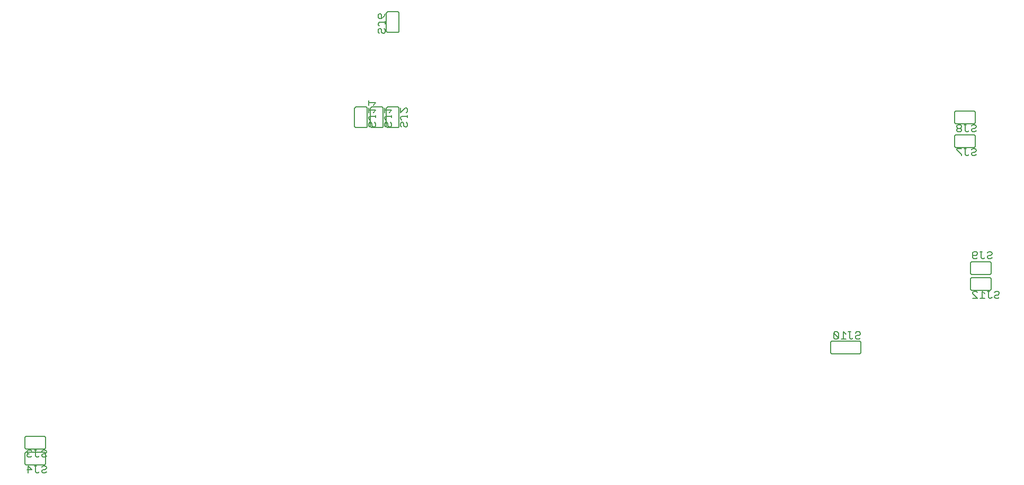
<source format=gbo>
G04 EAGLE Gerber RS-274X export*
G75*
%MOMM*%
%FSLAX34Y34*%
%LPD*%
%INSilkscreen Bottom*%
%IPPOS*%
%AMOC8*
5,1,8,0,0,1.08239X$1,22.5*%
G01*
%ADD10C,0.152400*%
%ADD11C,0.127000*%


D10*
X-265430Y416560D02*
X-293370Y416560D01*
X-265430Y396240D02*
X-265330Y396242D01*
X-265231Y396248D01*
X-265131Y396258D01*
X-265033Y396271D01*
X-264934Y396289D01*
X-264837Y396310D01*
X-264741Y396335D01*
X-264645Y396364D01*
X-264551Y396397D01*
X-264458Y396433D01*
X-264367Y396473D01*
X-264277Y396517D01*
X-264189Y396564D01*
X-264103Y396614D01*
X-264019Y396668D01*
X-263937Y396725D01*
X-263858Y396785D01*
X-263780Y396849D01*
X-263706Y396915D01*
X-263634Y396984D01*
X-263565Y397056D01*
X-263499Y397130D01*
X-263435Y397208D01*
X-263375Y397287D01*
X-263318Y397369D01*
X-263264Y397453D01*
X-263214Y397539D01*
X-263167Y397627D01*
X-263123Y397717D01*
X-263083Y397808D01*
X-263047Y397901D01*
X-263014Y397995D01*
X-262985Y398091D01*
X-262960Y398187D01*
X-262939Y398284D01*
X-262921Y398383D01*
X-262908Y398481D01*
X-262898Y398581D01*
X-262892Y398680D01*
X-262890Y398780D01*
X-293370Y396240D02*
X-293470Y396242D01*
X-293569Y396248D01*
X-293669Y396258D01*
X-293767Y396271D01*
X-293866Y396289D01*
X-293963Y396310D01*
X-294059Y396335D01*
X-294155Y396364D01*
X-294249Y396397D01*
X-294342Y396433D01*
X-294433Y396473D01*
X-294523Y396517D01*
X-294611Y396564D01*
X-294697Y396614D01*
X-294781Y396668D01*
X-294863Y396725D01*
X-294942Y396785D01*
X-295020Y396849D01*
X-295094Y396915D01*
X-295166Y396984D01*
X-295235Y397056D01*
X-295301Y397130D01*
X-295365Y397208D01*
X-295425Y397287D01*
X-295482Y397369D01*
X-295536Y397453D01*
X-295586Y397539D01*
X-295633Y397627D01*
X-295677Y397717D01*
X-295717Y397808D01*
X-295753Y397901D01*
X-295786Y397995D01*
X-295815Y398091D01*
X-295840Y398187D01*
X-295861Y398284D01*
X-295879Y398383D01*
X-295892Y398481D01*
X-295902Y398581D01*
X-295908Y398680D01*
X-295910Y398780D01*
X-295910Y414020D02*
X-295908Y414120D01*
X-295902Y414219D01*
X-295892Y414319D01*
X-295879Y414417D01*
X-295861Y414516D01*
X-295840Y414613D01*
X-295815Y414709D01*
X-295786Y414805D01*
X-295753Y414899D01*
X-295717Y414992D01*
X-295677Y415083D01*
X-295633Y415173D01*
X-295586Y415261D01*
X-295536Y415347D01*
X-295482Y415431D01*
X-295425Y415513D01*
X-295365Y415592D01*
X-295301Y415670D01*
X-295235Y415744D01*
X-295166Y415816D01*
X-295094Y415885D01*
X-295020Y415951D01*
X-294942Y416015D01*
X-294863Y416075D01*
X-294781Y416132D01*
X-294697Y416186D01*
X-294611Y416236D01*
X-294523Y416283D01*
X-294433Y416327D01*
X-294342Y416367D01*
X-294249Y416403D01*
X-294155Y416436D01*
X-294059Y416465D01*
X-293963Y416490D01*
X-293866Y416511D01*
X-293767Y416529D01*
X-293669Y416542D01*
X-293569Y416552D01*
X-293470Y416558D01*
X-293370Y416560D01*
X-265430Y416560D02*
X-265330Y416558D01*
X-265231Y416552D01*
X-265131Y416542D01*
X-265033Y416529D01*
X-264934Y416511D01*
X-264837Y416490D01*
X-264741Y416465D01*
X-264645Y416436D01*
X-264551Y416403D01*
X-264458Y416367D01*
X-264367Y416327D01*
X-264277Y416283D01*
X-264189Y416236D01*
X-264103Y416186D01*
X-264019Y416132D01*
X-263937Y416075D01*
X-263858Y416015D01*
X-263780Y415951D01*
X-263706Y415885D01*
X-263634Y415816D01*
X-263565Y415744D01*
X-263499Y415670D01*
X-263435Y415592D01*
X-263375Y415513D01*
X-263318Y415431D01*
X-263264Y415347D01*
X-263214Y415261D01*
X-263167Y415173D01*
X-263123Y415083D01*
X-263083Y414992D01*
X-263047Y414899D01*
X-263014Y414805D01*
X-262985Y414709D01*
X-262960Y414613D01*
X-262939Y414516D01*
X-262921Y414417D01*
X-262908Y414319D01*
X-262898Y414219D01*
X-262892Y414120D01*
X-262890Y414020D01*
X-262890Y398780D01*
X-295910Y398780D02*
X-295910Y414020D01*
X-293370Y396240D02*
X-265430Y396240D01*
D11*
X-267183Y394345D02*
X-269090Y392438D01*
X-267183Y394345D02*
X-263370Y394345D01*
X-261463Y392438D01*
X-261463Y390532D01*
X-263370Y388625D01*
X-267183Y388625D01*
X-269090Y386718D01*
X-269090Y384812D01*
X-267183Y382905D01*
X-263370Y382905D01*
X-261463Y384812D01*
X-273157Y384812D02*
X-275064Y382905D01*
X-276970Y382905D01*
X-278877Y384812D01*
X-278877Y394345D01*
X-276970Y394345D02*
X-280784Y394345D01*
X-284851Y392438D02*
X-286758Y394345D01*
X-290571Y394345D01*
X-292477Y392438D01*
X-292477Y390532D01*
X-290571Y388625D01*
X-288664Y388625D01*
X-290571Y388625D02*
X-292477Y386718D01*
X-292477Y384812D01*
X-290571Y382905D01*
X-286758Y382905D01*
X-284851Y384812D01*
D10*
X-293370Y391160D02*
X-265430Y391160D01*
X-262890Y373380D02*
X-262892Y373280D01*
X-262898Y373181D01*
X-262908Y373081D01*
X-262921Y372983D01*
X-262939Y372884D01*
X-262960Y372787D01*
X-262985Y372691D01*
X-263014Y372595D01*
X-263047Y372501D01*
X-263083Y372408D01*
X-263123Y372317D01*
X-263167Y372227D01*
X-263214Y372139D01*
X-263264Y372053D01*
X-263318Y371969D01*
X-263375Y371887D01*
X-263435Y371808D01*
X-263499Y371730D01*
X-263565Y371656D01*
X-263634Y371584D01*
X-263706Y371515D01*
X-263780Y371449D01*
X-263858Y371385D01*
X-263937Y371325D01*
X-264019Y371268D01*
X-264103Y371214D01*
X-264189Y371164D01*
X-264277Y371117D01*
X-264367Y371073D01*
X-264458Y371033D01*
X-264551Y370997D01*
X-264645Y370964D01*
X-264741Y370935D01*
X-264837Y370910D01*
X-264934Y370889D01*
X-265033Y370871D01*
X-265131Y370858D01*
X-265231Y370848D01*
X-265330Y370842D01*
X-265430Y370840D01*
X-293370Y370840D02*
X-293470Y370842D01*
X-293569Y370848D01*
X-293669Y370858D01*
X-293767Y370871D01*
X-293866Y370889D01*
X-293963Y370910D01*
X-294059Y370935D01*
X-294155Y370964D01*
X-294249Y370997D01*
X-294342Y371033D01*
X-294433Y371073D01*
X-294523Y371117D01*
X-294611Y371164D01*
X-294697Y371214D01*
X-294781Y371268D01*
X-294863Y371325D01*
X-294942Y371385D01*
X-295020Y371449D01*
X-295094Y371515D01*
X-295166Y371584D01*
X-295235Y371656D01*
X-295301Y371730D01*
X-295365Y371808D01*
X-295425Y371887D01*
X-295482Y371969D01*
X-295536Y372053D01*
X-295586Y372139D01*
X-295633Y372227D01*
X-295677Y372317D01*
X-295717Y372408D01*
X-295753Y372501D01*
X-295786Y372595D01*
X-295815Y372691D01*
X-295840Y372787D01*
X-295861Y372884D01*
X-295879Y372983D01*
X-295892Y373081D01*
X-295902Y373181D01*
X-295908Y373280D01*
X-295910Y373380D01*
X-295910Y388620D02*
X-295908Y388720D01*
X-295902Y388819D01*
X-295892Y388919D01*
X-295879Y389017D01*
X-295861Y389116D01*
X-295840Y389213D01*
X-295815Y389309D01*
X-295786Y389405D01*
X-295753Y389499D01*
X-295717Y389592D01*
X-295677Y389683D01*
X-295633Y389773D01*
X-295586Y389861D01*
X-295536Y389947D01*
X-295482Y390031D01*
X-295425Y390113D01*
X-295365Y390192D01*
X-295301Y390270D01*
X-295235Y390344D01*
X-295166Y390416D01*
X-295094Y390485D01*
X-295020Y390551D01*
X-294942Y390615D01*
X-294863Y390675D01*
X-294781Y390732D01*
X-294697Y390786D01*
X-294611Y390836D01*
X-294523Y390883D01*
X-294433Y390927D01*
X-294342Y390967D01*
X-294249Y391003D01*
X-294155Y391036D01*
X-294059Y391065D01*
X-293963Y391090D01*
X-293866Y391111D01*
X-293767Y391129D01*
X-293669Y391142D01*
X-293569Y391152D01*
X-293470Y391158D01*
X-293370Y391160D01*
X-265430Y391160D02*
X-265330Y391158D01*
X-265231Y391152D01*
X-265131Y391142D01*
X-265033Y391129D01*
X-264934Y391111D01*
X-264837Y391090D01*
X-264741Y391065D01*
X-264645Y391036D01*
X-264551Y391003D01*
X-264458Y390967D01*
X-264367Y390927D01*
X-264277Y390883D01*
X-264189Y390836D01*
X-264103Y390786D01*
X-264019Y390732D01*
X-263937Y390675D01*
X-263858Y390615D01*
X-263780Y390551D01*
X-263706Y390485D01*
X-263634Y390416D01*
X-263565Y390344D01*
X-263499Y390270D01*
X-263435Y390192D01*
X-263375Y390113D01*
X-263318Y390031D01*
X-263264Y389947D01*
X-263214Y389861D01*
X-263167Y389773D01*
X-263123Y389683D01*
X-263083Y389592D01*
X-263047Y389499D01*
X-263014Y389405D01*
X-262985Y389309D01*
X-262960Y389213D01*
X-262939Y389116D01*
X-262921Y389017D01*
X-262908Y388919D01*
X-262898Y388819D01*
X-262892Y388720D01*
X-262890Y388620D01*
X-262890Y373380D01*
X-295910Y373380D02*
X-295910Y388620D01*
X-293370Y370840D02*
X-265430Y370840D01*
D11*
X-267183Y368945D02*
X-269090Y367038D01*
X-267183Y368945D02*
X-263370Y368945D01*
X-261463Y367038D01*
X-261463Y365132D01*
X-263370Y363225D01*
X-267183Y363225D01*
X-269090Y361318D01*
X-269090Y359412D01*
X-267183Y357505D01*
X-263370Y357505D01*
X-261463Y359412D01*
X-273157Y359412D02*
X-275064Y357505D01*
X-276970Y357505D01*
X-278877Y359412D01*
X-278877Y368945D01*
X-276970Y368945D02*
X-280784Y368945D01*
X-290571Y368945D02*
X-290571Y357505D01*
X-284851Y363225D02*
X-290571Y368945D01*
X-292477Y363225D02*
X-284851Y363225D01*
D10*
X302260Y1065530D02*
X302260Y1093470D01*
X281940Y1065530D02*
X281942Y1065430D01*
X281948Y1065331D01*
X281958Y1065231D01*
X281971Y1065133D01*
X281989Y1065034D01*
X282010Y1064937D01*
X282035Y1064841D01*
X282064Y1064745D01*
X282097Y1064651D01*
X282133Y1064558D01*
X282173Y1064467D01*
X282217Y1064377D01*
X282264Y1064289D01*
X282314Y1064203D01*
X282368Y1064119D01*
X282425Y1064037D01*
X282485Y1063958D01*
X282549Y1063880D01*
X282615Y1063806D01*
X282684Y1063734D01*
X282756Y1063665D01*
X282830Y1063599D01*
X282908Y1063535D01*
X282987Y1063475D01*
X283069Y1063418D01*
X283153Y1063364D01*
X283239Y1063314D01*
X283327Y1063267D01*
X283417Y1063223D01*
X283508Y1063183D01*
X283601Y1063147D01*
X283695Y1063114D01*
X283791Y1063085D01*
X283887Y1063060D01*
X283984Y1063039D01*
X284083Y1063021D01*
X284181Y1063008D01*
X284281Y1062998D01*
X284380Y1062992D01*
X284480Y1062990D01*
X281940Y1093470D02*
X281942Y1093570D01*
X281948Y1093669D01*
X281958Y1093769D01*
X281971Y1093867D01*
X281989Y1093966D01*
X282010Y1094063D01*
X282035Y1094159D01*
X282064Y1094255D01*
X282097Y1094349D01*
X282133Y1094442D01*
X282173Y1094533D01*
X282217Y1094623D01*
X282264Y1094711D01*
X282314Y1094797D01*
X282368Y1094881D01*
X282425Y1094963D01*
X282485Y1095042D01*
X282549Y1095120D01*
X282615Y1095194D01*
X282684Y1095266D01*
X282756Y1095335D01*
X282830Y1095401D01*
X282908Y1095465D01*
X282987Y1095525D01*
X283069Y1095582D01*
X283153Y1095636D01*
X283239Y1095686D01*
X283327Y1095733D01*
X283417Y1095777D01*
X283508Y1095817D01*
X283601Y1095853D01*
X283695Y1095886D01*
X283791Y1095915D01*
X283887Y1095940D01*
X283984Y1095961D01*
X284083Y1095979D01*
X284181Y1095992D01*
X284281Y1096002D01*
X284380Y1096008D01*
X284480Y1096010D01*
X299720Y1096010D02*
X299820Y1096008D01*
X299919Y1096002D01*
X300019Y1095992D01*
X300117Y1095979D01*
X300216Y1095961D01*
X300313Y1095940D01*
X300409Y1095915D01*
X300505Y1095886D01*
X300599Y1095853D01*
X300692Y1095817D01*
X300783Y1095777D01*
X300873Y1095733D01*
X300961Y1095686D01*
X301047Y1095636D01*
X301131Y1095582D01*
X301213Y1095525D01*
X301292Y1095465D01*
X301370Y1095401D01*
X301444Y1095335D01*
X301516Y1095266D01*
X301585Y1095194D01*
X301651Y1095120D01*
X301715Y1095042D01*
X301775Y1094963D01*
X301832Y1094881D01*
X301886Y1094797D01*
X301936Y1094711D01*
X301983Y1094623D01*
X302027Y1094533D01*
X302067Y1094442D01*
X302103Y1094349D01*
X302136Y1094255D01*
X302165Y1094159D01*
X302190Y1094063D01*
X302211Y1093966D01*
X302229Y1093867D01*
X302242Y1093769D01*
X302252Y1093669D01*
X302258Y1093570D01*
X302260Y1093470D01*
X302260Y1065530D02*
X302258Y1065430D01*
X302252Y1065331D01*
X302242Y1065231D01*
X302229Y1065133D01*
X302211Y1065034D01*
X302190Y1064937D01*
X302165Y1064841D01*
X302136Y1064745D01*
X302103Y1064651D01*
X302067Y1064558D01*
X302027Y1064467D01*
X301983Y1064377D01*
X301936Y1064289D01*
X301886Y1064203D01*
X301832Y1064119D01*
X301775Y1064037D01*
X301715Y1063958D01*
X301651Y1063880D01*
X301585Y1063806D01*
X301516Y1063734D01*
X301444Y1063665D01*
X301370Y1063599D01*
X301292Y1063535D01*
X301213Y1063475D01*
X301131Y1063418D01*
X301047Y1063364D01*
X300961Y1063314D01*
X300873Y1063267D01*
X300783Y1063223D01*
X300692Y1063183D01*
X300599Y1063147D01*
X300505Y1063114D01*
X300409Y1063085D01*
X300313Y1063060D01*
X300216Y1063039D01*
X300117Y1063021D01*
X300019Y1063008D01*
X299919Y1062998D01*
X299820Y1062992D01*
X299720Y1062990D01*
X284480Y1062990D01*
X284480Y1096010D02*
X299720Y1096010D01*
X281940Y1093470D02*
X281940Y1065530D01*
D11*
X280045Y1067283D02*
X278138Y1069190D01*
X280045Y1067283D02*
X280045Y1063470D01*
X278138Y1061563D01*
X276232Y1061563D01*
X274325Y1063470D01*
X274325Y1067283D01*
X272418Y1069190D01*
X270512Y1069190D01*
X268605Y1067283D01*
X268605Y1063470D01*
X270512Y1061563D01*
X270512Y1073257D02*
X268605Y1075164D01*
X268605Y1077070D01*
X270512Y1078977D01*
X280045Y1078977D01*
X280045Y1077070D02*
X280045Y1080884D01*
X278138Y1088764D02*
X280045Y1092577D01*
X278138Y1088764D02*
X274325Y1084951D01*
X270512Y1084951D01*
X268605Y1086858D01*
X268605Y1090671D01*
X270512Y1092577D01*
X272418Y1092577D01*
X274325Y1090671D01*
X274325Y1084951D01*
D10*
X1192530Y899160D02*
X1220470Y899160D01*
X1223010Y881380D02*
X1223008Y881280D01*
X1223002Y881181D01*
X1222992Y881081D01*
X1222979Y880983D01*
X1222961Y880884D01*
X1222940Y880787D01*
X1222915Y880691D01*
X1222886Y880595D01*
X1222853Y880501D01*
X1222817Y880408D01*
X1222777Y880317D01*
X1222733Y880227D01*
X1222686Y880139D01*
X1222636Y880053D01*
X1222582Y879969D01*
X1222525Y879887D01*
X1222465Y879808D01*
X1222401Y879730D01*
X1222335Y879656D01*
X1222266Y879584D01*
X1222194Y879515D01*
X1222120Y879449D01*
X1222042Y879385D01*
X1221963Y879325D01*
X1221881Y879268D01*
X1221797Y879214D01*
X1221711Y879164D01*
X1221623Y879117D01*
X1221533Y879073D01*
X1221442Y879033D01*
X1221349Y878997D01*
X1221255Y878964D01*
X1221159Y878935D01*
X1221063Y878910D01*
X1220966Y878889D01*
X1220867Y878871D01*
X1220769Y878858D01*
X1220669Y878848D01*
X1220570Y878842D01*
X1220470Y878840D01*
X1192530Y878840D02*
X1192430Y878842D01*
X1192331Y878848D01*
X1192231Y878858D01*
X1192133Y878871D01*
X1192034Y878889D01*
X1191937Y878910D01*
X1191841Y878935D01*
X1191745Y878964D01*
X1191651Y878997D01*
X1191558Y879033D01*
X1191467Y879073D01*
X1191377Y879117D01*
X1191289Y879164D01*
X1191203Y879214D01*
X1191119Y879268D01*
X1191037Y879325D01*
X1190958Y879385D01*
X1190880Y879449D01*
X1190806Y879515D01*
X1190734Y879584D01*
X1190665Y879656D01*
X1190599Y879730D01*
X1190535Y879808D01*
X1190475Y879887D01*
X1190418Y879969D01*
X1190364Y880053D01*
X1190314Y880139D01*
X1190267Y880227D01*
X1190223Y880317D01*
X1190183Y880408D01*
X1190147Y880501D01*
X1190114Y880595D01*
X1190085Y880691D01*
X1190060Y880787D01*
X1190039Y880884D01*
X1190021Y880983D01*
X1190008Y881081D01*
X1189998Y881181D01*
X1189992Y881280D01*
X1189990Y881380D01*
X1189990Y896620D02*
X1189992Y896720D01*
X1189998Y896819D01*
X1190008Y896919D01*
X1190021Y897017D01*
X1190039Y897116D01*
X1190060Y897213D01*
X1190085Y897309D01*
X1190114Y897405D01*
X1190147Y897499D01*
X1190183Y897592D01*
X1190223Y897683D01*
X1190267Y897773D01*
X1190314Y897861D01*
X1190364Y897947D01*
X1190418Y898031D01*
X1190475Y898113D01*
X1190535Y898192D01*
X1190599Y898270D01*
X1190665Y898344D01*
X1190734Y898416D01*
X1190806Y898485D01*
X1190880Y898551D01*
X1190958Y898615D01*
X1191037Y898675D01*
X1191119Y898732D01*
X1191203Y898786D01*
X1191289Y898836D01*
X1191377Y898883D01*
X1191467Y898927D01*
X1191558Y898967D01*
X1191651Y899003D01*
X1191745Y899036D01*
X1191841Y899065D01*
X1191937Y899090D01*
X1192034Y899111D01*
X1192133Y899129D01*
X1192231Y899142D01*
X1192331Y899152D01*
X1192430Y899158D01*
X1192530Y899160D01*
X1220470Y899160D02*
X1220570Y899158D01*
X1220669Y899152D01*
X1220769Y899142D01*
X1220867Y899129D01*
X1220966Y899111D01*
X1221063Y899090D01*
X1221159Y899065D01*
X1221255Y899036D01*
X1221349Y899003D01*
X1221442Y898967D01*
X1221533Y898927D01*
X1221623Y898883D01*
X1221711Y898836D01*
X1221797Y898786D01*
X1221881Y898732D01*
X1221963Y898675D01*
X1222042Y898615D01*
X1222120Y898551D01*
X1222194Y898485D01*
X1222266Y898416D01*
X1222335Y898344D01*
X1222401Y898270D01*
X1222465Y898192D01*
X1222525Y898113D01*
X1222582Y898031D01*
X1222636Y897947D01*
X1222686Y897861D01*
X1222733Y897773D01*
X1222777Y897683D01*
X1222817Y897592D01*
X1222853Y897499D01*
X1222886Y897405D01*
X1222915Y897309D01*
X1222940Y897213D01*
X1222961Y897116D01*
X1222979Y897017D01*
X1222992Y896919D01*
X1223002Y896819D01*
X1223008Y896720D01*
X1223010Y896620D01*
X1223010Y881380D01*
X1189990Y881380D02*
X1189990Y896620D01*
X1192530Y878840D02*
X1220470Y878840D01*
D11*
X1218717Y876945D02*
X1216810Y875038D01*
X1218717Y876945D02*
X1222530Y876945D01*
X1224437Y875038D01*
X1224437Y873132D01*
X1222530Y871225D01*
X1218717Y871225D01*
X1216810Y869318D01*
X1216810Y867412D01*
X1218717Y865505D01*
X1222530Y865505D01*
X1224437Y867412D01*
X1212743Y867412D02*
X1210836Y865505D01*
X1208930Y865505D01*
X1207023Y867412D01*
X1207023Y876945D01*
X1205117Y876945D02*
X1208930Y876945D01*
X1201049Y876945D02*
X1193423Y876945D01*
X1193423Y875038D01*
X1201049Y867412D01*
X1201049Y865505D01*
D10*
X1192530Y937260D02*
X1220470Y937260D01*
X1223010Y919480D02*
X1223008Y919380D01*
X1223002Y919281D01*
X1222992Y919181D01*
X1222979Y919083D01*
X1222961Y918984D01*
X1222940Y918887D01*
X1222915Y918791D01*
X1222886Y918695D01*
X1222853Y918601D01*
X1222817Y918508D01*
X1222777Y918417D01*
X1222733Y918327D01*
X1222686Y918239D01*
X1222636Y918153D01*
X1222582Y918069D01*
X1222525Y917987D01*
X1222465Y917908D01*
X1222401Y917830D01*
X1222335Y917756D01*
X1222266Y917684D01*
X1222194Y917615D01*
X1222120Y917549D01*
X1222042Y917485D01*
X1221963Y917425D01*
X1221881Y917368D01*
X1221797Y917314D01*
X1221711Y917264D01*
X1221623Y917217D01*
X1221533Y917173D01*
X1221442Y917133D01*
X1221349Y917097D01*
X1221255Y917064D01*
X1221159Y917035D01*
X1221063Y917010D01*
X1220966Y916989D01*
X1220867Y916971D01*
X1220769Y916958D01*
X1220669Y916948D01*
X1220570Y916942D01*
X1220470Y916940D01*
X1192530Y916940D02*
X1192430Y916942D01*
X1192331Y916948D01*
X1192231Y916958D01*
X1192133Y916971D01*
X1192034Y916989D01*
X1191937Y917010D01*
X1191841Y917035D01*
X1191745Y917064D01*
X1191651Y917097D01*
X1191558Y917133D01*
X1191467Y917173D01*
X1191377Y917217D01*
X1191289Y917264D01*
X1191203Y917314D01*
X1191119Y917368D01*
X1191037Y917425D01*
X1190958Y917485D01*
X1190880Y917549D01*
X1190806Y917615D01*
X1190734Y917684D01*
X1190665Y917756D01*
X1190599Y917830D01*
X1190535Y917908D01*
X1190475Y917987D01*
X1190418Y918069D01*
X1190364Y918153D01*
X1190314Y918239D01*
X1190267Y918327D01*
X1190223Y918417D01*
X1190183Y918508D01*
X1190147Y918601D01*
X1190114Y918695D01*
X1190085Y918791D01*
X1190060Y918887D01*
X1190039Y918984D01*
X1190021Y919083D01*
X1190008Y919181D01*
X1189998Y919281D01*
X1189992Y919380D01*
X1189990Y919480D01*
X1189990Y934720D02*
X1189992Y934820D01*
X1189998Y934919D01*
X1190008Y935019D01*
X1190021Y935117D01*
X1190039Y935216D01*
X1190060Y935313D01*
X1190085Y935409D01*
X1190114Y935505D01*
X1190147Y935599D01*
X1190183Y935692D01*
X1190223Y935783D01*
X1190267Y935873D01*
X1190314Y935961D01*
X1190364Y936047D01*
X1190418Y936131D01*
X1190475Y936213D01*
X1190535Y936292D01*
X1190599Y936370D01*
X1190665Y936444D01*
X1190734Y936516D01*
X1190806Y936585D01*
X1190880Y936651D01*
X1190958Y936715D01*
X1191037Y936775D01*
X1191119Y936832D01*
X1191203Y936886D01*
X1191289Y936936D01*
X1191377Y936983D01*
X1191467Y937027D01*
X1191558Y937067D01*
X1191651Y937103D01*
X1191745Y937136D01*
X1191841Y937165D01*
X1191937Y937190D01*
X1192034Y937211D01*
X1192133Y937229D01*
X1192231Y937242D01*
X1192331Y937252D01*
X1192430Y937258D01*
X1192530Y937260D01*
X1220470Y937260D02*
X1220570Y937258D01*
X1220669Y937252D01*
X1220769Y937242D01*
X1220867Y937229D01*
X1220966Y937211D01*
X1221063Y937190D01*
X1221159Y937165D01*
X1221255Y937136D01*
X1221349Y937103D01*
X1221442Y937067D01*
X1221533Y937027D01*
X1221623Y936983D01*
X1221711Y936936D01*
X1221797Y936886D01*
X1221881Y936832D01*
X1221963Y936775D01*
X1222042Y936715D01*
X1222120Y936651D01*
X1222194Y936585D01*
X1222266Y936516D01*
X1222335Y936444D01*
X1222401Y936370D01*
X1222465Y936292D01*
X1222525Y936213D01*
X1222582Y936131D01*
X1222636Y936047D01*
X1222686Y935961D01*
X1222733Y935873D01*
X1222777Y935783D01*
X1222817Y935692D01*
X1222853Y935599D01*
X1222886Y935505D01*
X1222915Y935409D01*
X1222940Y935313D01*
X1222961Y935216D01*
X1222979Y935117D01*
X1222992Y935019D01*
X1223002Y934919D01*
X1223008Y934820D01*
X1223010Y934720D01*
X1223010Y919480D01*
X1189990Y919480D02*
X1189990Y934720D01*
X1192530Y916940D02*
X1220470Y916940D01*
D11*
X1218717Y915045D02*
X1216810Y913138D01*
X1218717Y915045D02*
X1222530Y915045D01*
X1224437Y913138D01*
X1224437Y911232D01*
X1222530Y909325D01*
X1218717Y909325D01*
X1216810Y907418D01*
X1216810Y905512D01*
X1218717Y903605D01*
X1222530Y903605D01*
X1224437Y905512D01*
X1212743Y905512D02*
X1210836Y903605D01*
X1208930Y903605D01*
X1207023Y905512D01*
X1207023Y915045D01*
X1205117Y915045D02*
X1208930Y915045D01*
X1201049Y913138D02*
X1199142Y915045D01*
X1195329Y915045D01*
X1193423Y913138D01*
X1193423Y911232D01*
X1195329Y909325D01*
X1193423Y907418D01*
X1193423Y905512D01*
X1195329Y903605D01*
X1199142Y903605D01*
X1201049Y905512D01*
X1201049Y907418D01*
X1199142Y909325D01*
X1201049Y911232D01*
X1201049Y913138D01*
X1199142Y909325D02*
X1195329Y909325D01*
D10*
X1217930Y695960D02*
X1245870Y695960D01*
X1248410Y678180D02*
X1248408Y678080D01*
X1248402Y677981D01*
X1248392Y677881D01*
X1248379Y677783D01*
X1248361Y677684D01*
X1248340Y677587D01*
X1248315Y677491D01*
X1248286Y677395D01*
X1248253Y677301D01*
X1248217Y677208D01*
X1248177Y677117D01*
X1248133Y677027D01*
X1248086Y676939D01*
X1248036Y676853D01*
X1247982Y676769D01*
X1247925Y676687D01*
X1247865Y676608D01*
X1247801Y676530D01*
X1247735Y676456D01*
X1247666Y676384D01*
X1247594Y676315D01*
X1247520Y676249D01*
X1247442Y676185D01*
X1247363Y676125D01*
X1247281Y676068D01*
X1247197Y676014D01*
X1247111Y675964D01*
X1247023Y675917D01*
X1246933Y675873D01*
X1246842Y675833D01*
X1246749Y675797D01*
X1246655Y675764D01*
X1246559Y675735D01*
X1246463Y675710D01*
X1246366Y675689D01*
X1246267Y675671D01*
X1246169Y675658D01*
X1246069Y675648D01*
X1245970Y675642D01*
X1245870Y675640D01*
X1217930Y675640D02*
X1217830Y675642D01*
X1217731Y675648D01*
X1217631Y675658D01*
X1217533Y675671D01*
X1217434Y675689D01*
X1217337Y675710D01*
X1217241Y675735D01*
X1217145Y675764D01*
X1217051Y675797D01*
X1216958Y675833D01*
X1216867Y675873D01*
X1216777Y675917D01*
X1216689Y675964D01*
X1216603Y676014D01*
X1216519Y676068D01*
X1216437Y676125D01*
X1216358Y676185D01*
X1216280Y676249D01*
X1216206Y676315D01*
X1216134Y676384D01*
X1216065Y676456D01*
X1215999Y676530D01*
X1215935Y676608D01*
X1215875Y676687D01*
X1215818Y676769D01*
X1215764Y676853D01*
X1215714Y676939D01*
X1215667Y677027D01*
X1215623Y677117D01*
X1215583Y677208D01*
X1215547Y677301D01*
X1215514Y677395D01*
X1215485Y677491D01*
X1215460Y677587D01*
X1215439Y677684D01*
X1215421Y677783D01*
X1215408Y677881D01*
X1215398Y677981D01*
X1215392Y678080D01*
X1215390Y678180D01*
X1215390Y693420D02*
X1215392Y693520D01*
X1215398Y693619D01*
X1215408Y693719D01*
X1215421Y693817D01*
X1215439Y693916D01*
X1215460Y694013D01*
X1215485Y694109D01*
X1215514Y694205D01*
X1215547Y694299D01*
X1215583Y694392D01*
X1215623Y694483D01*
X1215667Y694573D01*
X1215714Y694661D01*
X1215764Y694747D01*
X1215818Y694831D01*
X1215875Y694913D01*
X1215935Y694992D01*
X1215999Y695070D01*
X1216065Y695144D01*
X1216134Y695216D01*
X1216206Y695285D01*
X1216280Y695351D01*
X1216358Y695415D01*
X1216437Y695475D01*
X1216519Y695532D01*
X1216603Y695586D01*
X1216689Y695636D01*
X1216777Y695683D01*
X1216867Y695727D01*
X1216958Y695767D01*
X1217051Y695803D01*
X1217145Y695836D01*
X1217241Y695865D01*
X1217337Y695890D01*
X1217434Y695911D01*
X1217533Y695929D01*
X1217631Y695942D01*
X1217731Y695952D01*
X1217830Y695958D01*
X1217930Y695960D01*
X1245870Y695960D02*
X1245970Y695958D01*
X1246069Y695952D01*
X1246169Y695942D01*
X1246267Y695929D01*
X1246366Y695911D01*
X1246463Y695890D01*
X1246559Y695865D01*
X1246655Y695836D01*
X1246749Y695803D01*
X1246842Y695767D01*
X1246933Y695727D01*
X1247023Y695683D01*
X1247111Y695636D01*
X1247197Y695586D01*
X1247281Y695532D01*
X1247363Y695475D01*
X1247442Y695415D01*
X1247520Y695351D01*
X1247594Y695285D01*
X1247666Y695216D01*
X1247735Y695144D01*
X1247801Y695070D01*
X1247865Y694992D01*
X1247925Y694913D01*
X1247982Y694831D01*
X1248036Y694747D01*
X1248086Y694661D01*
X1248133Y694573D01*
X1248177Y694483D01*
X1248217Y694392D01*
X1248253Y694299D01*
X1248286Y694205D01*
X1248315Y694109D01*
X1248340Y694013D01*
X1248361Y693916D01*
X1248379Y693817D01*
X1248392Y693719D01*
X1248402Y693619D01*
X1248408Y693520D01*
X1248410Y693420D01*
X1248410Y678180D01*
X1215390Y678180D02*
X1215390Y693420D01*
X1217930Y675640D02*
X1245870Y675640D01*
D11*
X1242210Y709938D02*
X1244117Y711845D01*
X1247930Y711845D01*
X1249837Y709938D01*
X1249837Y708032D01*
X1247930Y706125D01*
X1244117Y706125D01*
X1242210Y704218D01*
X1242210Y702312D01*
X1244117Y700405D01*
X1247930Y700405D01*
X1249837Y702312D01*
X1238143Y702312D02*
X1236236Y700405D01*
X1234330Y700405D01*
X1232423Y702312D01*
X1232423Y711845D01*
X1230517Y711845D02*
X1234330Y711845D01*
X1226449Y702312D02*
X1224542Y700405D01*
X1220729Y700405D01*
X1218823Y702312D01*
X1218823Y709938D01*
X1220729Y711845D01*
X1224542Y711845D01*
X1226449Y709938D01*
X1226449Y708032D01*
X1224542Y706125D01*
X1218823Y706125D01*
D10*
X1037590Y548640D02*
X994410Y548640D01*
X991870Y566420D02*
X991872Y566520D01*
X991878Y566619D01*
X991888Y566719D01*
X991901Y566817D01*
X991919Y566916D01*
X991940Y567013D01*
X991965Y567109D01*
X991994Y567205D01*
X992027Y567299D01*
X992063Y567392D01*
X992103Y567483D01*
X992147Y567573D01*
X992194Y567661D01*
X992244Y567747D01*
X992298Y567831D01*
X992355Y567913D01*
X992415Y567992D01*
X992479Y568070D01*
X992545Y568144D01*
X992614Y568216D01*
X992686Y568285D01*
X992760Y568351D01*
X992838Y568415D01*
X992917Y568475D01*
X992999Y568532D01*
X993083Y568586D01*
X993169Y568636D01*
X993257Y568683D01*
X993347Y568727D01*
X993438Y568767D01*
X993531Y568803D01*
X993625Y568836D01*
X993721Y568865D01*
X993817Y568890D01*
X993914Y568911D01*
X994013Y568929D01*
X994111Y568942D01*
X994211Y568952D01*
X994310Y568958D01*
X994410Y568960D01*
X1037590Y568960D02*
X1037690Y568958D01*
X1037789Y568952D01*
X1037889Y568942D01*
X1037987Y568929D01*
X1038086Y568911D01*
X1038183Y568890D01*
X1038279Y568865D01*
X1038375Y568836D01*
X1038469Y568803D01*
X1038562Y568767D01*
X1038653Y568727D01*
X1038743Y568683D01*
X1038831Y568636D01*
X1038917Y568586D01*
X1039001Y568532D01*
X1039083Y568475D01*
X1039162Y568415D01*
X1039240Y568351D01*
X1039314Y568285D01*
X1039386Y568216D01*
X1039455Y568144D01*
X1039521Y568070D01*
X1039585Y567992D01*
X1039645Y567913D01*
X1039702Y567831D01*
X1039756Y567747D01*
X1039806Y567661D01*
X1039853Y567573D01*
X1039897Y567483D01*
X1039937Y567392D01*
X1039973Y567299D01*
X1040006Y567205D01*
X1040035Y567109D01*
X1040060Y567013D01*
X1040081Y566916D01*
X1040099Y566817D01*
X1040112Y566719D01*
X1040122Y566619D01*
X1040128Y566520D01*
X1040130Y566420D01*
X1040130Y551180D02*
X1040128Y551080D01*
X1040122Y550981D01*
X1040112Y550881D01*
X1040099Y550783D01*
X1040081Y550684D01*
X1040060Y550587D01*
X1040035Y550491D01*
X1040006Y550395D01*
X1039973Y550301D01*
X1039937Y550208D01*
X1039897Y550117D01*
X1039853Y550027D01*
X1039806Y549939D01*
X1039756Y549853D01*
X1039702Y549769D01*
X1039645Y549687D01*
X1039585Y549608D01*
X1039521Y549530D01*
X1039455Y549456D01*
X1039386Y549384D01*
X1039314Y549315D01*
X1039240Y549249D01*
X1039162Y549185D01*
X1039083Y549125D01*
X1039001Y549068D01*
X1038917Y549014D01*
X1038831Y548964D01*
X1038743Y548917D01*
X1038653Y548873D01*
X1038562Y548833D01*
X1038469Y548797D01*
X1038375Y548764D01*
X1038279Y548735D01*
X1038183Y548710D01*
X1038086Y548689D01*
X1037987Y548671D01*
X1037889Y548658D01*
X1037789Y548648D01*
X1037690Y548642D01*
X1037590Y548640D01*
X994410Y548640D02*
X994310Y548642D01*
X994211Y548648D01*
X994111Y548658D01*
X994013Y548671D01*
X993914Y548689D01*
X993817Y548710D01*
X993721Y548735D01*
X993625Y548764D01*
X993531Y548797D01*
X993438Y548833D01*
X993347Y548873D01*
X993257Y548917D01*
X993169Y548964D01*
X993083Y549014D01*
X992999Y549068D01*
X992917Y549125D01*
X992838Y549185D01*
X992760Y549249D01*
X992686Y549315D01*
X992614Y549384D01*
X992545Y549456D01*
X992479Y549530D01*
X992415Y549608D01*
X992355Y549687D01*
X992298Y549769D01*
X992244Y549853D01*
X992194Y549939D01*
X992147Y550027D01*
X992103Y550117D01*
X992063Y550208D01*
X992027Y550301D01*
X991994Y550395D01*
X991965Y550491D01*
X991940Y550587D01*
X991919Y550684D01*
X991901Y550783D01*
X991888Y550881D01*
X991878Y550981D01*
X991872Y551080D01*
X991870Y551180D01*
X991870Y566420D01*
X1040130Y566420D02*
X1040130Y551180D01*
X1037590Y568960D02*
X994410Y568960D01*
D11*
X1031869Y581668D02*
X1033775Y583575D01*
X1037588Y583575D01*
X1039495Y581668D01*
X1039495Y579762D01*
X1037588Y577855D01*
X1033775Y577855D01*
X1031869Y575948D01*
X1031869Y574042D01*
X1033775Y572135D01*
X1037588Y572135D01*
X1039495Y574042D01*
X1027801Y574042D02*
X1025894Y572135D01*
X1023988Y572135D01*
X1022081Y574042D01*
X1022081Y583575D01*
X1020175Y583575D02*
X1023988Y583575D01*
X1016107Y579762D02*
X1012294Y583575D01*
X1012294Y572135D01*
X1016107Y572135D02*
X1008481Y572135D01*
X1004413Y574042D02*
X1004413Y581668D01*
X1002506Y583575D01*
X998693Y583575D01*
X996787Y581668D01*
X996787Y574042D01*
X998693Y572135D01*
X1002506Y572135D01*
X1004413Y574042D01*
X996787Y581668D01*
D10*
X256540Y913130D02*
X256540Y941070D01*
X274320Y943610D02*
X274420Y943608D01*
X274519Y943602D01*
X274619Y943592D01*
X274717Y943579D01*
X274816Y943561D01*
X274913Y943540D01*
X275009Y943515D01*
X275105Y943486D01*
X275199Y943453D01*
X275292Y943417D01*
X275383Y943377D01*
X275473Y943333D01*
X275561Y943286D01*
X275647Y943236D01*
X275731Y943182D01*
X275813Y943125D01*
X275892Y943065D01*
X275970Y943001D01*
X276044Y942935D01*
X276116Y942866D01*
X276185Y942794D01*
X276251Y942720D01*
X276315Y942642D01*
X276375Y942563D01*
X276432Y942481D01*
X276486Y942397D01*
X276536Y942311D01*
X276583Y942223D01*
X276627Y942133D01*
X276667Y942042D01*
X276703Y941949D01*
X276736Y941855D01*
X276765Y941759D01*
X276790Y941663D01*
X276811Y941566D01*
X276829Y941467D01*
X276842Y941369D01*
X276852Y941269D01*
X276858Y941170D01*
X276860Y941070D01*
X276860Y913130D02*
X276858Y913030D01*
X276852Y912931D01*
X276842Y912831D01*
X276829Y912733D01*
X276811Y912634D01*
X276790Y912537D01*
X276765Y912441D01*
X276736Y912345D01*
X276703Y912251D01*
X276667Y912158D01*
X276627Y912067D01*
X276583Y911977D01*
X276536Y911889D01*
X276486Y911803D01*
X276432Y911719D01*
X276375Y911637D01*
X276315Y911558D01*
X276251Y911480D01*
X276185Y911406D01*
X276116Y911334D01*
X276044Y911265D01*
X275970Y911199D01*
X275892Y911135D01*
X275813Y911075D01*
X275731Y911018D01*
X275647Y910964D01*
X275561Y910914D01*
X275473Y910867D01*
X275383Y910823D01*
X275292Y910783D01*
X275199Y910747D01*
X275105Y910714D01*
X275009Y910685D01*
X274913Y910660D01*
X274816Y910639D01*
X274717Y910621D01*
X274619Y910608D01*
X274519Y910598D01*
X274420Y910592D01*
X274320Y910590D01*
X259080Y910590D02*
X258980Y910592D01*
X258881Y910598D01*
X258781Y910608D01*
X258683Y910621D01*
X258584Y910639D01*
X258487Y910660D01*
X258391Y910685D01*
X258295Y910714D01*
X258201Y910747D01*
X258108Y910783D01*
X258017Y910823D01*
X257927Y910867D01*
X257839Y910914D01*
X257753Y910964D01*
X257669Y911018D01*
X257587Y911075D01*
X257508Y911135D01*
X257430Y911199D01*
X257356Y911265D01*
X257284Y911334D01*
X257215Y911406D01*
X257149Y911480D01*
X257085Y911558D01*
X257025Y911637D01*
X256968Y911719D01*
X256914Y911803D01*
X256864Y911889D01*
X256817Y911977D01*
X256773Y912067D01*
X256733Y912158D01*
X256697Y912251D01*
X256664Y912345D01*
X256635Y912441D01*
X256610Y912537D01*
X256589Y912634D01*
X256571Y912733D01*
X256558Y912831D01*
X256548Y912931D01*
X256542Y913030D01*
X256540Y913130D01*
X256540Y941070D02*
X256542Y941170D01*
X256548Y941269D01*
X256558Y941369D01*
X256571Y941467D01*
X256589Y941566D01*
X256610Y941663D01*
X256635Y941759D01*
X256664Y941855D01*
X256697Y941949D01*
X256733Y942042D01*
X256773Y942133D01*
X256817Y942223D01*
X256864Y942311D01*
X256914Y942397D01*
X256968Y942481D01*
X257025Y942563D01*
X257085Y942642D01*
X257149Y942720D01*
X257215Y942794D01*
X257284Y942866D01*
X257356Y942935D01*
X257430Y943001D01*
X257508Y943065D01*
X257587Y943125D01*
X257669Y943182D01*
X257753Y943236D01*
X257839Y943286D01*
X257927Y943333D01*
X258017Y943377D01*
X258108Y943417D01*
X258201Y943453D01*
X258295Y943486D01*
X258391Y943515D01*
X258487Y943540D01*
X258584Y943561D01*
X258683Y943579D01*
X258781Y943592D01*
X258881Y943602D01*
X258980Y943608D01*
X259080Y943610D01*
X274320Y943610D01*
X274320Y910590D02*
X259080Y910590D01*
X276860Y913130D02*
X276860Y941070D01*
D11*
X288298Y918852D02*
X290205Y916945D01*
X290205Y913132D01*
X288298Y911225D01*
X286392Y911225D01*
X284485Y913132D01*
X284485Y916945D01*
X282578Y918852D01*
X280672Y918852D01*
X278765Y916945D01*
X278765Y913132D01*
X280672Y911225D01*
X280672Y922919D02*
X278765Y924826D01*
X278765Y926732D01*
X280672Y928639D01*
X290205Y928639D01*
X290205Y930545D02*
X290205Y926732D01*
X286392Y934613D02*
X290205Y938426D01*
X278765Y938426D01*
X278765Y934613D02*
X278765Y942239D01*
D10*
X281940Y941070D02*
X281940Y913130D01*
X302260Y941070D02*
X302258Y941170D01*
X302252Y941269D01*
X302242Y941369D01*
X302229Y941467D01*
X302211Y941566D01*
X302190Y941663D01*
X302165Y941759D01*
X302136Y941855D01*
X302103Y941949D01*
X302067Y942042D01*
X302027Y942133D01*
X301983Y942223D01*
X301936Y942311D01*
X301886Y942397D01*
X301832Y942481D01*
X301775Y942563D01*
X301715Y942642D01*
X301651Y942720D01*
X301585Y942794D01*
X301516Y942866D01*
X301444Y942935D01*
X301370Y943001D01*
X301292Y943065D01*
X301213Y943125D01*
X301131Y943182D01*
X301047Y943236D01*
X300961Y943286D01*
X300873Y943333D01*
X300783Y943377D01*
X300692Y943417D01*
X300599Y943453D01*
X300505Y943486D01*
X300409Y943515D01*
X300313Y943540D01*
X300216Y943561D01*
X300117Y943579D01*
X300019Y943592D01*
X299919Y943602D01*
X299820Y943608D01*
X299720Y943610D01*
X302260Y913130D02*
X302258Y913030D01*
X302252Y912931D01*
X302242Y912831D01*
X302229Y912733D01*
X302211Y912634D01*
X302190Y912537D01*
X302165Y912441D01*
X302136Y912345D01*
X302103Y912251D01*
X302067Y912158D01*
X302027Y912067D01*
X301983Y911977D01*
X301936Y911889D01*
X301886Y911803D01*
X301832Y911719D01*
X301775Y911637D01*
X301715Y911558D01*
X301651Y911480D01*
X301585Y911406D01*
X301516Y911334D01*
X301444Y911265D01*
X301370Y911199D01*
X301292Y911135D01*
X301213Y911075D01*
X301131Y911018D01*
X301047Y910964D01*
X300961Y910914D01*
X300873Y910867D01*
X300783Y910823D01*
X300692Y910783D01*
X300599Y910747D01*
X300505Y910714D01*
X300409Y910685D01*
X300313Y910660D01*
X300216Y910639D01*
X300117Y910621D01*
X300019Y910608D01*
X299919Y910598D01*
X299820Y910592D01*
X299720Y910590D01*
X284480Y910590D02*
X284380Y910592D01*
X284281Y910598D01*
X284181Y910608D01*
X284083Y910621D01*
X283984Y910639D01*
X283887Y910660D01*
X283791Y910685D01*
X283695Y910714D01*
X283601Y910747D01*
X283508Y910783D01*
X283417Y910823D01*
X283327Y910867D01*
X283239Y910914D01*
X283153Y910964D01*
X283069Y911018D01*
X282987Y911075D01*
X282908Y911135D01*
X282830Y911199D01*
X282756Y911265D01*
X282684Y911334D01*
X282615Y911406D01*
X282549Y911480D01*
X282485Y911558D01*
X282425Y911637D01*
X282368Y911719D01*
X282314Y911803D01*
X282264Y911889D01*
X282217Y911977D01*
X282173Y912067D01*
X282133Y912158D01*
X282097Y912251D01*
X282064Y912345D01*
X282035Y912441D01*
X282010Y912537D01*
X281989Y912634D01*
X281971Y912733D01*
X281958Y912831D01*
X281948Y912931D01*
X281942Y913030D01*
X281940Y913130D01*
X281940Y941070D02*
X281942Y941170D01*
X281948Y941269D01*
X281958Y941369D01*
X281971Y941467D01*
X281989Y941566D01*
X282010Y941663D01*
X282035Y941759D01*
X282064Y941855D01*
X282097Y941949D01*
X282133Y942042D01*
X282173Y942133D01*
X282217Y942223D01*
X282264Y942311D01*
X282314Y942397D01*
X282368Y942481D01*
X282425Y942563D01*
X282485Y942642D01*
X282549Y942720D01*
X282615Y942794D01*
X282684Y942866D01*
X282756Y942935D01*
X282830Y943001D01*
X282908Y943065D01*
X282987Y943125D01*
X283069Y943182D01*
X283153Y943236D01*
X283239Y943286D01*
X283327Y943333D01*
X283417Y943377D01*
X283508Y943417D01*
X283601Y943453D01*
X283695Y943486D01*
X283791Y943515D01*
X283887Y943540D01*
X283984Y943561D01*
X284083Y943579D01*
X284181Y943592D01*
X284281Y943602D01*
X284380Y943608D01*
X284480Y943610D01*
X299720Y943610D01*
X299720Y910590D02*
X284480Y910590D01*
X302260Y913130D02*
X302260Y941070D01*
D11*
X313698Y918852D02*
X315605Y916945D01*
X315605Y913132D01*
X313698Y911225D01*
X311792Y911225D01*
X309885Y913132D01*
X309885Y916945D01*
X307978Y918852D01*
X306072Y918852D01*
X304165Y916945D01*
X304165Y913132D01*
X306072Y911225D01*
X306072Y922919D02*
X304165Y924826D01*
X304165Y926732D01*
X306072Y928639D01*
X315605Y928639D01*
X315605Y930545D02*
X315605Y926732D01*
X304165Y934613D02*
X304165Y942239D01*
X304165Y934613D02*
X311792Y942239D01*
X313698Y942239D01*
X315605Y940333D01*
X315605Y936520D01*
X313698Y934613D01*
D10*
X231140Y941070D02*
X231140Y913130D01*
X251460Y941070D02*
X251458Y941170D01*
X251452Y941269D01*
X251442Y941369D01*
X251429Y941467D01*
X251411Y941566D01*
X251390Y941663D01*
X251365Y941759D01*
X251336Y941855D01*
X251303Y941949D01*
X251267Y942042D01*
X251227Y942133D01*
X251183Y942223D01*
X251136Y942311D01*
X251086Y942397D01*
X251032Y942481D01*
X250975Y942563D01*
X250915Y942642D01*
X250851Y942720D01*
X250785Y942794D01*
X250716Y942866D01*
X250644Y942935D01*
X250570Y943001D01*
X250492Y943065D01*
X250413Y943125D01*
X250331Y943182D01*
X250247Y943236D01*
X250161Y943286D01*
X250073Y943333D01*
X249983Y943377D01*
X249892Y943417D01*
X249799Y943453D01*
X249705Y943486D01*
X249609Y943515D01*
X249513Y943540D01*
X249416Y943561D01*
X249317Y943579D01*
X249219Y943592D01*
X249119Y943602D01*
X249020Y943608D01*
X248920Y943610D01*
X251460Y913130D02*
X251458Y913030D01*
X251452Y912931D01*
X251442Y912831D01*
X251429Y912733D01*
X251411Y912634D01*
X251390Y912537D01*
X251365Y912441D01*
X251336Y912345D01*
X251303Y912251D01*
X251267Y912158D01*
X251227Y912067D01*
X251183Y911977D01*
X251136Y911889D01*
X251086Y911803D01*
X251032Y911719D01*
X250975Y911637D01*
X250915Y911558D01*
X250851Y911480D01*
X250785Y911406D01*
X250716Y911334D01*
X250644Y911265D01*
X250570Y911199D01*
X250492Y911135D01*
X250413Y911075D01*
X250331Y911018D01*
X250247Y910964D01*
X250161Y910914D01*
X250073Y910867D01*
X249983Y910823D01*
X249892Y910783D01*
X249799Y910747D01*
X249705Y910714D01*
X249609Y910685D01*
X249513Y910660D01*
X249416Y910639D01*
X249317Y910621D01*
X249219Y910608D01*
X249119Y910598D01*
X249020Y910592D01*
X248920Y910590D01*
X233680Y910590D02*
X233580Y910592D01*
X233481Y910598D01*
X233381Y910608D01*
X233283Y910621D01*
X233184Y910639D01*
X233087Y910660D01*
X232991Y910685D01*
X232895Y910714D01*
X232801Y910747D01*
X232708Y910783D01*
X232617Y910823D01*
X232527Y910867D01*
X232439Y910914D01*
X232353Y910964D01*
X232269Y911018D01*
X232187Y911075D01*
X232108Y911135D01*
X232030Y911199D01*
X231956Y911265D01*
X231884Y911334D01*
X231815Y911406D01*
X231749Y911480D01*
X231685Y911558D01*
X231625Y911637D01*
X231568Y911719D01*
X231514Y911803D01*
X231464Y911889D01*
X231417Y911977D01*
X231373Y912067D01*
X231333Y912158D01*
X231297Y912251D01*
X231264Y912345D01*
X231235Y912441D01*
X231210Y912537D01*
X231189Y912634D01*
X231171Y912733D01*
X231158Y912831D01*
X231148Y912931D01*
X231142Y913030D01*
X231140Y913130D01*
X231140Y941070D02*
X231142Y941170D01*
X231148Y941269D01*
X231158Y941369D01*
X231171Y941467D01*
X231189Y941566D01*
X231210Y941663D01*
X231235Y941759D01*
X231264Y941855D01*
X231297Y941949D01*
X231333Y942042D01*
X231373Y942133D01*
X231417Y942223D01*
X231464Y942311D01*
X231514Y942397D01*
X231568Y942481D01*
X231625Y942563D01*
X231685Y942642D01*
X231749Y942720D01*
X231815Y942794D01*
X231884Y942866D01*
X231956Y942935D01*
X232030Y943001D01*
X232108Y943065D01*
X232187Y943125D01*
X232269Y943182D01*
X232353Y943236D01*
X232439Y943286D01*
X232527Y943333D01*
X232617Y943377D01*
X232708Y943417D01*
X232801Y943453D01*
X232895Y943486D01*
X232991Y943515D01*
X233087Y943540D01*
X233184Y943561D01*
X233283Y943579D01*
X233381Y943592D01*
X233481Y943602D01*
X233580Y943608D01*
X233680Y943610D01*
X248920Y943610D01*
X248920Y910590D02*
X233680Y910590D01*
X251460Y913130D02*
X251460Y941070D01*
D11*
X262898Y918852D02*
X264805Y916945D01*
X264805Y913132D01*
X262898Y911225D01*
X260992Y911225D01*
X259085Y913132D01*
X259085Y916945D01*
X257178Y918852D01*
X255272Y918852D01*
X253365Y916945D01*
X253365Y913132D01*
X255272Y911225D01*
X255272Y922919D02*
X253365Y924826D01*
X253365Y926732D01*
X255272Y928639D01*
X264805Y928639D01*
X264805Y930545D02*
X264805Y926732D01*
X260992Y934613D02*
X264805Y938426D01*
X253365Y938426D01*
X253365Y934613D02*
X253365Y942239D01*
X260992Y946307D02*
X264805Y950120D01*
X253365Y950120D01*
X253365Y946307D02*
X253365Y953933D01*
D10*
X1217930Y670560D02*
X1245870Y670560D01*
X1248410Y652780D02*
X1248408Y652680D01*
X1248402Y652581D01*
X1248392Y652481D01*
X1248379Y652383D01*
X1248361Y652284D01*
X1248340Y652187D01*
X1248315Y652091D01*
X1248286Y651995D01*
X1248253Y651901D01*
X1248217Y651808D01*
X1248177Y651717D01*
X1248133Y651627D01*
X1248086Y651539D01*
X1248036Y651453D01*
X1247982Y651369D01*
X1247925Y651287D01*
X1247865Y651208D01*
X1247801Y651130D01*
X1247735Y651056D01*
X1247666Y650984D01*
X1247594Y650915D01*
X1247520Y650849D01*
X1247442Y650785D01*
X1247363Y650725D01*
X1247281Y650668D01*
X1247197Y650614D01*
X1247111Y650564D01*
X1247023Y650517D01*
X1246933Y650473D01*
X1246842Y650433D01*
X1246749Y650397D01*
X1246655Y650364D01*
X1246559Y650335D01*
X1246463Y650310D01*
X1246366Y650289D01*
X1246267Y650271D01*
X1246169Y650258D01*
X1246069Y650248D01*
X1245970Y650242D01*
X1245870Y650240D01*
X1217930Y650240D02*
X1217830Y650242D01*
X1217731Y650248D01*
X1217631Y650258D01*
X1217533Y650271D01*
X1217434Y650289D01*
X1217337Y650310D01*
X1217241Y650335D01*
X1217145Y650364D01*
X1217051Y650397D01*
X1216958Y650433D01*
X1216867Y650473D01*
X1216777Y650517D01*
X1216689Y650564D01*
X1216603Y650614D01*
X1216519Y650668D01*
X1216437Y650725D01*
X1216358Y650785D01*
X1216280Y650849D01*
X1216206Y650915D01*
X1216134Y650984D01*
X1216065Y651056D01*
X1215999Y651130D01*
X1215935Y651208D01*
X1215875Y651287D01*
X1215818Y651369D01*
X1215764Y651453D01*
X1215714Y651539D01*
X1215667Y651627D01*
X1215623Y651717D01*
X1215583Y651808D01*
X1215547Y651901D01*
X1215514Y651995D01*
X1215485Y652091D01*
X1215460Y652187D01*
X1215439Y652284D01*
X1215421Y652383D01*
X1215408Y652481D01*
X1215398Y652581D01*
X1215392Y652680D01*
X1215390Y652780D01*
X1215390Y668020D02*
X1215392Y668120D01*
X1215398Y668219D01*
X1215408Y668319D01*
X1215421Y668417D01*
X1215439Y668516D01*
X1215460Y668613D01*
X1215485Y668709D01*
X1215514Y668805D01*
X1215547Y668899D01*
X1215583Y668992D01*
X1215623Y669083D01*
X1215667Y669173D01*
X1215714Y669261D01*
X1215764Y669347D01*
X1215818Y669431D01*
X1215875Y669513D01*
X1215935Y669592D01*
X1215999Y669670D01*
X1216065Y669744D01*
X1216134Y669816D01*
X1216206Y669885D01*
X1216280Y669951D01*
X1216358Y670015D01*
X1216437Y670075D01*
X1216519Y670132D01*
X1216603Y670186D01*
X1216689Y670236D01*
X1216777Y670283D01*
X1216867Y670327D01*
X1216958Y670367D01*
X1217051Y670403D01*
X1217145Y670436D01*
X1217241Y670465D01*
X1217337Y670490D01*
X1217434Y670511D01*
X1217533Y670529D01*
X1217631Y670542D01*
X1217731Y670552D01*
X1217830Y670558D01*
X1217930Y670560D01*
X1245870Y670560D02*
X1245970Y670558D01*
X1246069Y670552D01*
X1246169Y670542D01*
X1246267Y670529D01*
X1246366Y670511D01*
X1246463Y670490D01*
X1246559Y670465D01*
X1246655Y670436D01*
X1246749Y670403D01*
X1246842Y670367D01*
X1246933Y670327D01*
X1247023Y670283D01*
X1247111Y670236D01*
X1247197Y670186D01*
X1247281Y670132D01*
X1247363Y670075D01*
X1247442Y670015D01*
X1247520Y669951D01*
X1247594Y669885D01*
X1247666Y669816D01*
X1247735Y669744D01*
X1247801Y669670D01*
X1247865Y669592D01*
X1247925Y669513D01*
X1247982Y669431D01*
X1248036Y669347D01*
X1248086Y669261D01*
X1248133Y669173D01*
X1248177Y669083D01*
X1248217Y668992D01*
X1248253Y668899D01*
X1248286Y668805D01*
X1248315Y668709D01*
X1248340Y668613D01*
X1248361Y668516D01*
X1248379Y668417D01*
X1248392Y668319D01*
X1248402Y668219D01*
X1248408Y668120D01*
X1248410Y668020D01*
X1248410Y652780D01*
X1215390Y652780D02*
X1215390Y668020D01*
X1217930Y650240D02*
X1245870Y650240D01*
D11*
X1253904Y646438D02*
X1255811Y648345D01*
X1259624Y648345D01*
X1261531Y646438D01*
X1261531Y644532D01*
X1259624Y642625D01*
X1255811Y642625D01*
X1253904Y640718D01*
X1253904Y638812D01*
X1255811Y636905D01*
X1259624Y636905D01*
X1261531Y638812D01*
X1249837Y638812D02*
X1247930Y636905D01*
X1246024Y636905D01*
X1244117Y638812D01*
X1244117Y648345D01*
X1242211Y648345D02*
X1246024Y648345D01*
X1238143Y644532D02*
X1234330Y648345D01*
X1234330Y636905D01*
X1238143Y636905D02*
X1230517Y636905D01*
X1226449Y636905D02*
X1218823Y636905D01*
X1226449Y636905D02*
X1218823Y644532D01*
X1218823Y646438D01*
X1220729Y648345D01*
X1224542Y648345D01*
X1226449Y646438D01*
M02*

</source>
